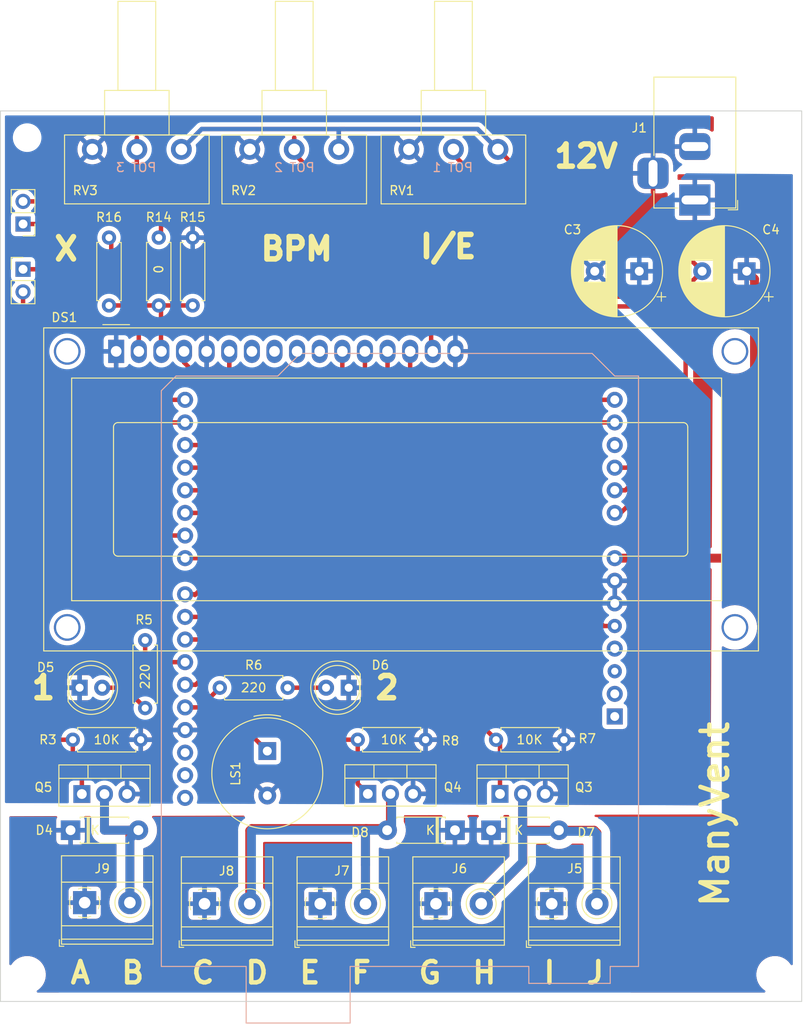
<source format=kicad_pcb>
(kicad_pcb (version 20200119) (host pcbnew "5.99.0-unknown-c7daca1~100~ubuntu18.04.1")
  (layers (0 "F.Cu" signal) (31 "B.Cu" signal) (34 "B.Paste" user) (35 "F.Paste" user) (36 "B.SilkS" user) (37 "F.SilkS" user) (38 "B.Mask" user) (39 "F.Mask" user) (44 "Edge.Cuts" user))
  (net 0 "")
  (net 1 "/UART_TX")
  (net 2 "/UART_RX")
  (net 3 "Net-(A1-Pad30)")
  (net 4 "Net-(A1-Pad14)")
  (net 5 "GND")
  (net 6 "Net-(A1-Pad13)")
  (net 7 "/INS_CLOSE")
  (net 8 "/LCD_RS")
  (net 9 "/POT_2")
  (net 10 "/POT_1")
  (net 11 "/POT_0")
  (net 12 "/INS_OPEN")
  (net 13 "+12V")
  (net 14 "/BUZZER")
  (net 15 "+5V")
  (net 16 "+3V3")
  (net 17 "Net-(A1-Pad3)")
  (net 18 "Net-(A1-Pad2)")
  (net 19 "Net-(A1-Pad1)")
  (net 20 "Net-(A1-Pad31)")
  (net 21 "Net-(A1-Pad32)")
  (net 22 "Net-(D5-Pad2)")
  (net 23 "Net-(D6-Pad2)")
  (net 24 "Net-(DS1-Pad10)")
  (net 25 "Net-(DS1-Pad9)")
  (net 26 "Net-(DS1-Pad8)")
  (net 27 "Net-(DS1-Pad7)")
  (net 28 "Net-(DS1-Pad3)")
  (net 29 "/LCD_EN")
  (net 30 "/FILL_OPEN")
  (net 31 "/LCD_DIO7")
  (net 32 "/LCD_DIO6")
  (net 33 "/LCD_DIO5")
  (net 34 "/LCD_DIO4")
  (net 35 "/Q3_D")
  (net 36 "/Q4_D")
  (net 37 "/Q5_D")
  (net 38 "Net-(H1-Pad1)")
  (net 39 "Net-(H2-Pad1)")
  (net 40 "Net-(H3-Pad1)")
  (net 41 "Net-(H4-Pad1)")
  (net 42 "Net-(A1-Pad12)")
  (net 43 "/LED1")
  (net 44 "/LED2")
  (module "small_board_simple:Arduino_UNO_R3_large_pads" (layer "B.Cu") (at 123.6545 128.7505 90)
    (fp_text reference "A1" hide)
    (fp_text value "Arduino_UNO_R3")
    (pad "16" thru_hole oval (at 33.02 -48.26) (size 1.8 1.8) (drill 1) (layers *.Cu *.Mask) (net 1 "/UART_TX"))
    (pad "15" thru_hole oval (at 35.56 -48.26) (size 1.8 1.8) (drill 1) (layers *.Cu *.Mask) (net 2 "/UART_RX"))
    (pad "30" thru_hole oval (at -4.06 -48.26) (size 1.8 1.8) (drill 1) (layers *.Cu *.Mask) (net 3 "Net-(A1-Pad30)"))
    (pad "14" thru_hole oval (at 35.56 0) (size 1.8 1.8) (drill 1) (layers *.Cu *.Mask) (net 4 "Net-(A1-Pad14)"))
    (pad "29" thru_hole oval (at -1.52 -48.26) (size 1.8 1.8) (drill 1) (layers *.Cu *.Mask) (net 5 "GND"))
    (pad "13" thru_hole oval (at 33.02 0) (size 1.8 1.8) (drill 1) (layers *.Cu *.Mask) (net 6 "Net-(A1-Pad13)"))
    (pad "28" thru_hole oval (at 1.02 -48.26) (size 1.8 1.8) (drill 1) (layers *.Cu *.Mask) (net 43 "/LED1"))
    (pad "12" thru_hole oval (at 30.48 0) (size 1.8 1.8) (drill 1) (layers *.Cu *.Mask) (net 42 "Net-(A1-Pad12)"))
    (pad "27" thru_hole oval (at 3.56 -48.26) (size 1.8 1.8) (drill 1) (layers *.Cu *.Mask) (net 14 "/BUZZER"))
    (pad "11" thru_hole oval (at 27.94 0) (size 1.8 1.8) (drill 1) (layers *.Cu *.Mask) (net 9 "/POT_2"))
    (pad "26" thru_hole oval (at 6.1 -48.26) (size 1.8 1.8) (drill 1) (layers *.Cu *.Mask) (net 44 "/LED2"))
    (pad "10" thru_hole oval (at 25.4 0) (size 1.8 1.8) (drill 1) (layers *.Cu *.Mask) (net 10 "/POT_1"))
    (pad "25" thru_hole oval (at 8.64 -48.26) (size 1.8 1.8) (drill 1) (layers *.Cu *.Mask) (net 7 "/INS_CLOSE"))
    (pad "9" thru_hole oval (at 22.86 0) (size 1.8 1.8) (drill 1) (layers *.Cu *.Mask) (net 11 "/POT_0"))
    (pad "24" thru_hole oval (at 11.18 -48.26) (size 1.8 1.8) (drill 1) (layers *.Cu *.Mask) (net 12 "/INS_OPEN"))
    (pad "8" thru_hole oval (at 17.78 0) (size 1.8 1.8) (drill 1) (layers *.Cu *.Mask) (net 13 "+12V"))
    (pad "23" thru_hole oval (at 13.72 -48.26) (size 1.8 1.8) (drill 1) (layers *.Cu *.Mask) (net 31 "/LCD_DIO7"))
    (pad "7" thru_hole oval (at 15.24 0) (size 1.8 1.8) (drill 1) (layers *.Cu *.Mask) (net 5 "GND"))
    (pad "22" thru_hole oval (at 17.78 -48.26) (size 1.8 1.8) (drill 1) (layers *.Cu *.Mask) (net 32 "/LCD_DIO6"))
    (pad "6" thru_hole oval (at 12.7 0) (size 1.8 1.8) (drill 1) (layers *.Cu *.Mask) (net 5 "GND"))
    (pad "21" thru_hole oval (at 20.32 -48.26) (size 1.8 1.8) (drill 1) (layers *.Cu *.Mask) (net 30 "/FILL_OPEN"))
    (pad "5" thru_hole oval (at 10.16 0) (size 1.6 1.6) (drill 0.8) (layers *.Cu *.Mask) (net 15 "+5V"))
    (pad "20" thru_hole oval (at 22.86 -48.26) (size 1.8 1.8) (drill 1) (layers *.Cu *.Mask) (net 33 "/LCD_DIO5"))
    (pad "4" thru_hole oval (at 7.62 0) (size 1.8 1.8) (drill 1) (layers *.Cu *.Mask) (net 16 "+3V3"))
    (pad "19" thru_hole oval (at 25.4 -48.26) (size 1.8 1.8) (drill 1) (layers *.Cu *.Mask) (net 34 "/LCD_DIO4"))
    (pad "3" thru_hole oval (at 5.08 0) (size 1.6 1.6) (drill 0.8) (layers *.Cu *.Mask) (net 17 "Net-(A1-Pad3)"))
    (pad "18" thru_hole oval (at 27.94 -48.26) (size 1.8 1.8) (drill 1) (layers *.Cu *.Mask) (net 29 "/LCD_EN"))
    (pad "2" thru_hole oval (at 2.54 0) (size 1.8 1.8) (drill 1) (layers *.Cu *.Mask) (net 18 "Net-(A1-Pad2)"))
    (pad "17" thru_hole oval (at 30.48 -48.26) (size 1.8 1.8) (drill 1) (layers *.Cu *.Mask) (net 8 "/LCD_RS"))
    (pad "1" thru_hole rect (at 0 0) (size 1.8 1.8) (drill 1) (layers *.Cu *.Mask) (net 19 "Net-(A1-Pad1)"))
    (pad "31" thru_hole oval (at -6.6 -48.26) (size 1.8 1.8) (drill 1) (layers *.Cu *.Mask) (net 20 "Net-(A1-Pad31)"))
    (pad "32" thru_hole oval (at -9.14 -48.26) (size 1.8 1.8) (drill 1) (layers *.Cu *.Mask) (net 21 "Net-(A1-Pad32)"))
  )
  (module "Resistor_THT:R_Axial_DIN0207_L6.3mm_D2.5mm_P7.62mm_Horizontal" (layer "F.Cu") (at 66.8465 82.5945 90)
    (fp_text reference "R16" (at 9.906 0) (layer "F.SilkS"))
    (fp_text value "1k")
    (pad "1" thru_hole circle (at 0 0 90) (size 1.6 1.6) (drill 0.8) (layers *.Cu *.Mask) (net 28 "Net-(DS1-Pad3)"))
    (pad "2" thru_hole oval (at 7.62 0 90) (size 1.6 1.6) (drill 0.8) (layers *.Cu *.Mask) (net 15 "+5V"))
  )
  (module "Resistor_THT:R_Axial_DIN0207_L6.3mm_D2.5mm_P7.62mm_Horizontal" (layer "F.Cu") (at 76.2445 82.5945 90)
    (fp_text reference "R15" (at 9.906 0) (layer "F.SilkS"))
    (fp_text value "1k")
    (pad "2" thru_hole oval (at 7.62 0 90) (size 1.6 1.6) (drill 0.8) (layers *.Cu *.Mask) (net 5 "GND"))
    (pad "1" thru_hole circle (at 0 0 90) (size 1.6 1.6) (drill 0.8) (layers *.Cu *.Mask) (net 28 "Net-(DS1-Pad3)"))
  )
  (module "Buzzer_Beeper:Buzzer_TDK_PS1240P02BT_D12.2mm_H6.5mm" (layer "F.Cu") (at 84.6265 132.6325 -90)
    (fp_text reference "LS1" (at 2.54 3.556 90) (layer "F.SilkS"))
    (fp_text value "KSS1201")
    (pad "1" thru_hole rect (at 0 0 270) (size 2 2) (drill 1) (layers *.Cu *.Mask) (net 14 "/BUZZER"))
    (pad "2" thru_hole circle (at 5 0 270) (size 2 2) (drill 1) (layers *.Cu *.Mask) (net 5 "GND"))
  )
  (module "Resistor_THT:R_Axial_DIN0207_L6.3mm_D2.5mm_P7.62mm_Horizontal" (layer "F.Cu") (at 62.7825 131.3625)
    (fp_text reference "R3" (at -2.794 0) (layer "F.SilkS"))
    (fp_text value "10K")
    (pad "2" thru_hole oval (at 7.62 0) (size 1.6 1.6) (drill 0.8) (layers *.Cu *.Mask) (net 5 "GND"))
    (pad "1" thru_hole circle (at 0 0) (size 1.6 1.6) (drill 0.8) (layers *.Cu *.Mask) (net 30 "/FILL_OPEN"))
  )
  (module "TerminalBlock_Phoenix:TerminalBlock_Phoenix_MKDS-1,5-2-5.08_1x02_P5.08mm_Horizontal" (layer "F.Cu") (at 64.1125 149.6545)
    (fp_text reference "J9" (at 1.972 -3.814) (layer "F.SilkS"))
    (fp_text value "Conn_01x02")
    (pad "2" thru_hole circle (at 5.08 0) (size 2.6 2.6) (drill 1.3) (layers *.Cu *.Mask) (net 37 "/Q5_D"))
    (pad "1" thru_hole rect (at 0 0) (size 2.6 2.6) (drill 1.3) (layers *.Cu *.Mask) (net 13 "+12V"))
  )
  (module "Package_TO_SOT_THT:TO-220-3_Vertical" (layer "F.Cu") (at 63.7985 137.4585)
    (fp_text reference "Q5" (at -4.318 -0.762) (layer "F.SilkS"))
    (fp_text value "IRLIZ44NPBF")
    (pad "3" thru_hole oval (at 5.08 0) (size 1.905 2) (drill 1.1) (layers *.Cu *.Mask) (net 5 "GND"))
    (pad "2" thru_hole oval (at 2.54 0) (size 1.905 2) (drill 1.1) (layers *.Cu *.Mask) (net 37 "/Q5_D"))
    (pad "1" thru_hole rect (at 0 0) (size 1.905 2) (drill 1.1) (layers *.Cu *.Mask) (net 30 "/FILL_OPEN"))
  )
  (module "Diode_THT:D_DO-41_SOD81_P7.62mm_Horizontal" (layer "F.Cu") (at 62.5285 141.5225)
    (fp_text reference "D4" (at -2.95 0) (layer "F.SilkS"))
    (fp_text value "1N4004")
    (fp_text user "K" (at 2.765 -0.005) (layer "F.SilkS"))
    (pad "2" thru_hole oval (at 7.62 0) (size 2.2 2.2) (drill 1.1) (layers *.Cu *.Mask) (net 37 "/Q5_D"))
    (pad "1" thru_hole rect (at 0 0) (size 2.2 2.2) (drill 1.1) (layers *.Cu *.Mask) (net 13 "+12V"))
  )
  (module "MountingHole:MountingHole_2.2mm_M2" (layer "F.Cu") (at 141.6545 157.7505)
    (fp_text reference "H4" hide)
    (fp_text value "MountingHole_Pad")
    (pad "1" np_thru_hole circle (at 0 0) (size 2.2 2.2) (drill 2.2) (layers *.Cu *.Mask) (net 41 "Net-(H4-Pad1)"))
  )
  (module "MountingHole:MountingHole_2.2mm_M2" (layer "F.Cu") (at 57.6545 157.7505)
    (fp_text reference "H3" hide)
    (fp_text value "MountingHole_Pad")
    (pad "1" np_thru_hole circle (at 0 0) (size 2.2 2.2) (drill 2.2) (layers *.Cu *.Mask) (net 40 "Net-(H3-Pad1)"))
  )
  (module "MountingHole:MountingHole_2.2mm_M2" (layer "F.Cu") (at 141.6545 63.7505)
    (fp_text reference "H2" hide)
    (fp_text value "MountingHole_Pad")
    (pad "1" np_thru_hole circle (at 0 0) (size 2.2 2.2) (drill 2.2) (layers *.Cu *.Mask) (net 39 "Net-(H2-Pad1)"))
  )
  (module "MountingHole:MountingHole_2.2mm_M2" (layer "F.Cu") (at 57.6545 63.7505)
    (fp_text reference "H1" hide)
    (fp_text value "MountingHole_Pad")
    (pad "1" np_thru_hole circle (at 0 0) (size 2.2 2.2) (drill 2.2) (layers *.Cu *.Mask) (net 38 "Net-(H1-Pad1)"))
  )
  (module "TerminalBlock_Phoenix:TerminalBlock_Phoenix_MKDS-1,5-2-5.08_1x02_P5.08mm_Horizontal" (layer "F.Cu") (at 77.5745 149.7765)
    (fp_text reference "J8" (at 2.48 -3.682) (layer "F.SilkS"))
    (fp_text value "Conn_01x02")
    (pad "1" thru_hole rect (at 0 0) (size 2.6 2.6) (drill 1.3) (layers *.Cu *.Mask) (net 13 "+12V"))
    (pad "2" thru_hole circle (at 5.08 0) (size 2.6 2.6) (drill 1.3) (layers *.Cu *.Mask) (net 36 "/Q4_D"))
  )
  (module "TerminalBlock_Phoenix:TerminalBlock_Phoenix_MKDS-1,5-2-5.08_1x02_P5.08mm_Horizontal" (layer "F.Cu") (at 90.5745 149.7765)
    (fp_text reference "J7" (at 2.434 -3.682) (layer "F.SilkS"))
    (fp_text value "Conn_01x02")
    (pad "1" thru_hole rect (at 0 0) (size 2.6 2.6) (drill 1.3) (layers *.Cu *.Mask) (net 13 "+12V"))
    (pad "2" thru_hole circle (at 5.08 0) (size 2.6 2.6) (drill 1.3) (layers *.Cu *.Mask) (net 36 "/Q4_D"))
  )
  (module "TerminalBlock_Phoenix:TerminalBlock_Phoenix_MKDS-1,5-2-5.08_1x02_P5.08mm_Horizontal" (layer "F.Cu") (at 103.5745 149.7765)
    (fp_text reference "J6" (at 2.642 -3.936) (layer "F.SilkS"))
    (fp_text value "Conn_01x02")
    (pad "1" thru_hole rect (at 0 0) (size 2.6 2.6) (drill 1.3) (layers *.Cu *.Mask) (net 13 "+12V"))
    (pad "2" thru_hole circle (at 5.08 0) (size 2.6 2.6) (drill 1.3) (layers *.Cu *.Mask) (net 35 "/Q3_D"))
  )
  (module "TerminalBlock_Phoenix:TerminalBlock_Phoenix_MKDS-1,5-2-5.08_1x02_P5.08mm_Horizontal" (layer "F.Cu") (at 116.5745 149.7765)
    (fp_text reference "J5" (at 2.596 -3.936) (layer "F.SilkS"))
    (fp_text value "Conn_01x02")
    (pad "1" thru_hole rect (at 0 0) (size 2.6 2.6) (drill 1.3) (layers *.Cu *.Mask) (net 13 "+12V"))
    (pad "2" thru_hole circle (at 5.08 0) (size 2.6 2.6) (drill 1.3) (layers *.Cu *.Mask) (net 35 "/Q3_D"))
  )
  (module "Connector_PinHeader_2.54mm:PinHeader_1x02_P2.54mm_Vertical" (layer "F.Cu") (at 57.1945 73.4505 180)
    (fp_text reference "J3" hide)
    (fp_text value "Conn_01x02")
    (pad "1" thru_hole rect (at 0 0 180) (size 1.7 1.7) (drill 1) (layers *.Cu *.Mask) (net 6 "Net-(A1-Pad13)"))
    (pad "2" thru_hole oval (at 0 2.54 180) (size 1.7 1.7) (drill 1) (layers *.Cu *.Mask) (net 4 "Net-(A1-Pad14)"))
  )
  (module "Connector_PinHeader_2.54mm:PinHeader_1x02_P2.54mm_Vertical" (layer "F.Cu") (at 57.1945 78.5305)
    (fp_text reference "J2" hide)
    (fp_text value "Conn_01x02")
    (pad "1" thru_hole rect (at 0 0) (size 1.7 1.7) (drill 1) (layers *.Cu *.Mask) (net 2 "/UART_RX"))
    (pad "2" thru_hole oval (at 0 2.54) (size 1.7 1.7) (drill 1) (layers *.Cu *.Mask) (net 1 "/UART_TX"))
  )
  (module "Connector_BarrelJack:BarrelJack_Horizontal" (layer "F.Cu") (at 132.6545 70.7505 -90)
    (fp_text reference "J1" (at -8.095 6.245 180) (layer "F.SilkS"))
    (fp_text value "PJ-202A")
    (pad "1" thru_hole rect (at 0 0 270) (size 3.5 3.5) (drill oval 1 3) (layers *.Cu *.Mask) (net 13 "+12V"))
    (pad "2" thru_hole roundrect (at -6 0 270) (size 3 3.5) (drill oval 1 3) (layers *.Cu *.Mask) (net 5 "GND"))
    (pad "3" thru_hole roundrect (at -3 4.7 270) (size 3.5 3.5) (drill oval 3 1) (layers *.Cu *.Mask) (net 5 "GND"))
  )
  (module "Capacitor_THT:CP_Radial_D10.0mm_P5.00mm" (layer "F.Cu") (at 138.4745 78.7505 180)
    (fp_text reference "C4" (at -2.725 4.665) (layer "F.SilkS"))
    (fp_text value "680uF 25V")
    (pad "1" thru_hole rect (at 0 0 180) (size 2 2) (drill 1) (layers *.Cu *.Mask) (net 13 "+12V"))
    (pad "2" thru_hole circle (at 5 0 180) (size 2 2) (drill 1) (layers *.Cu *.Mask) (net 5 "GND"))
  )
  (module "Capacitor_THT:CP_Radial_D10.0mm_P5.00mm" (layer "F.Cu") (at 126.4095 78.7505 180)
    (fp_text reference "C3" (at 7.5 4.665) (layer "F.SilkS"))
    (fp_text value "680uF 25V")
    (pad "1" thru_hole rect (at 0 0 180) (size 2 2) (drill 1) (layers *.Cu *.Mask) (net 13 "+12V"))
    (pad "2" thru_hole circle (at 5 0 180) (size 2 2) (drill 1) (layers *.Cu *.Mask) (net 5 "GND"))
  )
  (module "Potentiometer_THT:Potentiometer_Piher_T-16H_Single_Horizontal" (layer "F.Cu") (at 74.9745 65.0685 90)
    (fp_text reference "RV3" (at -4.62 -10.795 180) (layer "F.SilkS"))
    (fp_text value "3RP_1610N")
    (pad "3" thru_hole circle (at 0 -10 90) (size 2.34 2.34) (drill 1.3) (layers *.Cu *.Mask) (net 5 "GND"))
    (pad "2" thru_hole circle (at 0 -5 90) (size 2.34 2.34) (drill 1.3) (layers *.Cu *.Mask) (net 9 "/POT_2"))
    (pad "1" thru_hole circle (at 0 0 90) (size 2.34 2.34) (drill 1.3) (layers *.Cu *.Mask) (net 15 "+5V"))
  )
  (module "Potentiometer_THT:Potentiometer_Piher_T-16H_Single_Horizontal" (layer "F.Cu") (at 92.6545 65.0685 90)
    (fp_text reference "RV2" (at -4.62 -10.695 180) (layer "F.SilkS"))
    (fp_text value "3RP_1610N")
    (pad "3" thru_hole circle (at 0 -10 90) (size 2.34 2.34) (drill 1.3) (layers *.Cu *.Mask) (net 5 "GND"))
    (pad "2" thru_hole circle (at 0 -5 90) (size 2.34 2.34) (drill 1.3) (layers *.Cu *.Mask) (net 10 "/POT_1"))
    (pad "1" thru_hole circle (at 0 0 90) (size 2.34 2.34) (drill 1.3) (layers *.Cu *.Mask) (net 15 "+5V"))
  )
  (module "Potentiometer_THT:Potentiometer_Piher_T-16H_Single_Horizontal" (layer "F.Cu") (at 110.5345 65.0685 90)
    (fp_text reference "RV1" (at -4.62 -10.795 180) (layer "F.SilkS"))
    (fp_text value "3RP_1610N")
    (pad "3" thru_hole circle (at 0 -10 90) (size 2.34 2.34) (drill 1.3) (layers *.Cu *.Mask) (net 5 "GND"))
    (pad "2" thru_hole circle (at 0 -5 90) (size 2.34 2.34) (drill 1.3) (layers *.Cu *.Mask) (net 11 "/POT_0"))
    (pad "1" thru_hole circle (at 0 0 90) (size 2.34 2.34) (drill 1.3) (layers *.Cu *.Mask) (net 15 "+5V"))
  )
  (module "Resistor_THT:R_Axial_DIN0207_L6.3mm_D2.5mm_P7.62mm_Horizontal" (layer "F.Cu") (at 72.4345 82.5945 90)
    (fp_text reference "R14" (at 9.906 0) (layer "F.SilkS"))
    (fp_text value "0")
    (pad "1" thru_hole circle (at 0 0 90) (size 1.6 1.6) (drill 0.8) (layers *.Cu *.Mask) (net 28 "Net-(DS1-Pad3)"))
    (pad "2" thru_hole oval (at 7.62 0 90) (size 1.6 1.6) (drill 0.8) (layers *.Cu *.Mask) (net 9 "/POT_2"))
  )
  (module "Resistor_THT:R_Axial_DIN0207_L6.3mm_D2.5mm_P7.62mm_Horizontal" (layer "F.Cu") (at 94.7865 131.3575)
    (fp_text reference "R8" (at 10.414 0.127) (layer "F.SilkS"))
    (fp_text value "10K")
    (pad "1" thru_hole circle (at 0 0) (size 1.6 1.6) (drill 0.8) (layers *.Cu *.Mask) (net 7 "/INS_CLOSE"))
    (pad "2" thru_hole oval (at 7.62 0) (size 1.6 1.6) (drill 0.8) (layers *.Cu *.Mask) (net 5 "GND"))
  )
  (module "Resistor_THT:R_Axial_DIN0207_L6.3mm_D2.5mm_P7.62mm_Horizontal" (layer "F.Cu") (at 110.3255 131.3625)
    (fp_text reference "R7" (at 10.242 -0.127) (layer "F.SilkS"))
    (fp_text value "10K")
    (pad "1" thru_hole circle (at 0 0) (size 1.6 1.6) (drill 0.8) (layers *.Cu *.Mask) (net 12 "/INS_OPEN"))
    (pad "2" thru_hole oval (at 7.62 0) (size 1.6 1.6) (drill 0.8) (layers *.Cu *.Mask) (net 5 "GND"))
  )
  (module "Resistor_THT:R_Axial_DIN0207_L6.3mm_D2.5mm_P7.62mm_Horizontal" (layer "F.Cu") (at 86.9125 125.5205 180)
    (fp_text reference "R6" (at 3.81 2.54) (layer "F.SilkS"))
    (fp_text value "220R")
    (pad "1" thru_hole circle (at 0 0 180) (size 1.6 1.6) (drill 0.8) (layers *.Cu *.Mask) (net 23 "Net-(D6-Pad2)"))
    (pad "2" thru_hole oval (at 7.62 0 180) (size 1.6 1.6) (drill 0.8) (layers *.Cu *.Mask) (net 43 "/LED1"))
  )
  (module "Resistor_THT:R_Axial_DIN0207_L6.3mm_D2.5mm_P7.62mm_Horizontal" (layer "F.Cu") (at 70.9105 127.8065 90)
    (fp_text reference "R5" (at 9.906 -0.127 180) (layer "F.SilkS"))
    (fp_text value "220R")
    (pad "1" thru_hole circle (at 0 0 90) (size 1.6 1.6) (drill 0.8) (layers *.Cu *.Mask) (net 22 "Net-(D5-Pad2)"))
    (pad "2" thru_hole oval (at 7.62 0 90) (size 1.6 1.6) (drill 0.8) (layers *.Cu *.Mask) (net 44 "/LED2"))
  )
  (module "Package_TO_SOT_THT:TO-220-3_Vertical" (layer "F.Cu") (at 95.9205 137.4425)
    (fp_text reference "Q4" (at 9.534 -0.746) (layer "F.SilkS"))
    (fp_text value "IRLIZ44NPBF")
    (pad "1" thru_hole rect (at 0 0) (size 1.905 2) (drill 1.1) (layers *.Cu *.Mask) (net 7 "/INS_CLOSE"))
    (pad "2" thru_hole oval (at 2.54 0) (size 1.905 2) (drill 1.1) (layers *.Cu *.Mask) (net 36 "/Q4_D"))
    (pad "3" thru_hole oval (at 5.08 0) (size 1.905 2) (drill 1.1) (layers *.Cu *.Mask) (net 5 "GND"))
  )
  (module "Package_TO_SOT_THT:TO-220-3_Vertical" (layer "F.Cu") (at 110.7655 137.4475)
    (fp_text reference "Q3" (at 9.421 -0.751) (layer "F.SilkS"))
    (fp_text value "IRLIZ44NPBF")
    (pad "1" thru_hole rect (at 0 0) (size 1.905 2) (drill 1.1) (layers *.Cu *.Mask) (net 12 "/INS_OPEN"))
    (pad "2" thru_hole oval (at 2.54 0) (size 1.905 2) (drill 1.1) (layers *.Cu *.Mask) (net 35 "/Q3_D"))
    (pad "3" thru_hole oval (at 5.08 0) (size 1.905 2) (drill 1.1) (layers *.Cu *.Mask) (net 5 "GND"))
  )
  (module "Display:WC1602A" (layer "F.Cu") (at 67.6545 87.7505)
    (fp_text reference "DS1" (at -5.82 -3.81) (layer "F.SilkS"))
    (fp_text value "WC1602A")
    (pad "1" thru_hole rect (at 0 0) (size 1.8 2.6) (drill 1.2) (layers *.Cu *.Mask) (net 5 "GND"))
    (pad "2" thru_hole oval (at 2.54 0) (size 1.8 2.6) (drill 1.2) (layers *.Cu *.Mask) (net 15 "+5V"))
    (pad "3" thru_hole oval (at 5.08 0) (size 1.8 2.6) (drill 1.2) (layers *.Cu *.Mask) (net 28 "Net-(DS1-Pad3)"))
    (pad "4" thru_hole oval (at 7.62 0) (size 1.8 2.6) (drill 1.2) (layers *.Cu *.Mask) (net 8 "/LCD_RS"))
    (pad "5" thru_hole oval (at 10.16 0) (size 1.8 2.6) (drill 1.2) (layers *.Cu *.Mask) (net 5 "GND"))
    (pad "6" thru_hole oval (at 12.7 0) (size 1.8 2.6) (drill 1.2) (layers *.Cu *.Mask) (net 29 "/LCD_EN"))
    (pad "7" thru_hole oval (at 15.24 0) (size 1.8 2.6) (drill 1.2) (layers *.Cu *.Mask) (net 27 "Net-(DS1-Pad7)"))
    (pad "8" thru_hole oval (at 17.78 0) (size 1.8 2.6) (drill 1.2) (layers *.Cu *.Mask) (net 26 "Net-(DS1-Pad8)"))
    (pad "9" thru_hole oval (at 20.32 0) (size 1.8 2.6) (drill 1.2) (layers *.Cu *.Mask) (net 25 "Net-(DS1-Pad9)"))
    (pad "10" thru_hole oval (at 22.86 0) (size 1.8 2.6) (drill 1.2) (layers *.Cu *.Mask) (net 24 "Net-(DS1-Pad10)"))
    (pad "11" thru_hole oval (at 25.4 0) (size 1.8 2.6) (drill 1.2) (layers *.Cu *.Mask) (net 34 "/LCD_DIO4"))
    (pad "12" thru_hole oval (at 27.94 0) (size 1.8 2.6) (drill 1.2) (layers *.Cu *.Mask) (net 33 "/LCD_DIO5"))
    (pad "13" thru_hole oval (at 30.48 0) (size 1.8 2.6) (drill 1.2) (layers *.Cu *.Mask) (net 32 "/LCD_DIO6"))
    (pad "14" thru_hole oval (at 33.02 0) (size 1.8 2.6) (drill 1.2) (layers *.Cu *.Mask) (net 31 "/LCD_DIO7"))
    (pad "15" thru_hole oval (at 35.56 0) (size 1.8 2.6) (drill 1.2) (layers *.Cu *.Mask) (net 15 "+5V"))
    (pad "16" thru_hole oval (at 38.1 0) (size 1.8 2.6) (drill 1.2) (layers *.Cu *.Mask) (net 5 "GND"))
    (pad "" thru_hole circle (at -5.4991 0) (size 3 3) (drill 2.5) (layers *.Cu *.Mask))
    (pad "" thru_hole circle (at -5.4991 31.0007) (size 3 3) (drill 2.5) (layers *.Cu *.Mask))
    (pad "" thru_hole circle (at 69.49948 31.0007) (size 3 3) (drill 2.5) (layers *.Cu *.Mask))
    (pad "" thru_hole circle (at 69.5 0) (size 3 3) (drill 2.5) (layers *.Cu *.Mask))
  )
  (module "Diode_THT:D_DO-41_SOD81_P7.62mm_Horizontal" (layer "F.Cu") (at 105.7085 141.5225 180)
    (fp_text reference "D8" (at 10.668 -0.254) (layer "F.SilkS"))
    (fp_text value "1N4004")
    (fp_text user "K" (at 2.765 -0.005) (layer "F.SilkS"))
    (pad "1" thru_hole rect (at 0 0 180) (size 2.2 2.2) (drill 1.1) (layers *.Cu *.Mask) (net 13 "+12V"))
    (pad "2" thru_hole oval (at 7.62 0 180) (size 2.2 2.2) (drill 1.1) (layers *.Cu *.Mask) (net 36 "/Q4_D"))
  )
  (module "Diode_THT:D_DO-41_SOD81_P7.62mm_Horizontal" (layer "F.Cu") (at 109.7655 141.5275)
    (fp_text reference "D7" (at 10.675 0.249) (layer "F.SilkS"))
    (fp_text value "1N4004")
    (fp_text user "K" (at 3.1 -0.005) (layer "F.SilkS"))
    (pad "1" thru_hole rect (at 0 0) (size 2.2 2.2) (drill 1.1) (layers *.Cu *.Mask) (net 13 "+12V"))
    (pad "2" thru_hole oval (at 7.62 0) (size 2.2 2.2) (drill 1.1) (layers *.Cu *.Mask) (net 35 "/Q3_D"))
  )
  (module "LED_THT:LED_D5.0mm" (layer "F.Cu") (at 93.7705 125.5205 180)
    (fp_text reference "D6" (at -3.556 2.54) (layer "F.SilkS"))
    (fp_text value "LED")
    (pad "1" thru_hole rect (at 0 0 180) (size 1.8 1.8) (drill 0.9) (layers *.Cu *.Mask) (net 5 "GND"))
    (pad "2" thru_hole circle (at 2.54 0 180) (size 1.8 1.8) (drill 0.9) (layers *.Cu *.Mask) (net 23 "Net-(D6-Pad2)"))
  )
  (module "LED_THT:LED_D5.0mm" (layer "F.Cu") (at 63.5445 125.5205)
    (fp_text reference "D5" (at -3.81 -2.286) (layer "F.SilkS"))
    (fp_text value "LED")
    (pad "1" thru_hole rect (at 0 0) (size 1.8 1.8) (drill 0.9) (layers *.Cu *.Mask) (net 5 "GND"))
    (pad "2" thru_hole circle (at 2.54 0) (size 1.8 1.8) (drill 0.9) (layers *.Cu *.Mask) (net 22 "Net-(D5-Pad2)"))
  )
  (gr_text "ManyVent" (at 134.9185 150.4125 90) (layer "F.SilkS") (effects (font (size 3 3) (thickness 0.5)) (justify left)))
  (gr_text "X" (at 62.0205 76.2445) (layer "F.SilkS") (effects (font (size 2.5 2.5) (thickness 0.625))))
  (gr_text "X" (at 62.0205 76.2445) (layer "F.Cu") (effects (font (size 2.5 2.5) (thickness 0.625))))
  (gr_text "2" (at 98.0885 125.5205) (layer "F.Cu") (effects (font (size 2.5 2.5) (thickness 0.625))))
  (gr_text "1" (at 59.4805 125.5205) (layer "F.Cu") (effects (font (size 2.5 2.5) (thickness 0.625))))
  (gr_text "1" (at 59.4805 125.5205) (layer "F.SilkS") (effects (font (size 2.5 2.5) (thickness 0.625))))
  (gr_text "2" (at 98.0885 125.5205) (layer "F.SilkS") (effects (font (size 2.5 2.5) (thickness 0.625))))
  (gr_text "0" (at 72.4345 78.5305 90) (layer "F.SilkS") (effects (font (size 1 1))))
  (gr_text "220" (at 70.9105 124.2505 90) (layer "F.SilkS") (effects (font (size 1 1))))
  (gr_text "BPM" (at 87.9285 76.2445) (layer "F.Cu") (effects (font (size 2.5 2.5) (thickness 0.625))))
  (gr_text "12V" (at 120.4405 65.8305) (layer "F.Cu") (effects (font (size 2.5 2.5) (thickness 0.625))))
  (gr_text "I/E" (at 104.9465 75.9905) (layer "F.Cu") (effects (font (size 2.5 2.5) (thickness 0.625))))
  (gr_text "BPM" (at 87.9285 76.2445) (layer "F.SilkS") (effects (font (size 2.5 2.5) (thickness 0.625))))
  (gr_text "I/E" (at 104.9465 75.9905) (layer "F.SilkS") (effects (font (size 2.5 2.5) (thickness 0.625))))
  (gr_text "A  B   C  D  E  F   G  H   I  J " (at 62.2745 157.5245) (layer "F.SilkS") (effects (font (size 2.4 2.4) (thickness 0.5)) (justify left)))
  (gr_text "A  B   C  D  E  F   G  H   I  J " (at 62.2745 157.5245) (layer "F.Cu") (effects (font (size 2.4 2.4) (thickness 0.5)) (justify left)))
  (gr_text "POT 3" (at 69.8945 67.1005) (layer "B.SilkS") (effects (font (size 1 1)) (justify mirror)))
  (gr_text "POT 2" (at 87.6745 67.1005) (layer "B.SilkS") (effects (font (size 1 1)) (justify mirror)))
  (gr_text "POT 1" (at 105.4545 67.1005) (layer "B.SilkS") (effects (font (size 1 1)) (justify mirror)))
  (gr_text "10K" (at 66.5925 131.3625) (layer "F.SilkS") (effects (font (size 1 1))))
  (gr_text "10K" (at 98.8505 131.3575) (layer "F.SilkS") (effects (font (size 1 1))))
  (gr_text "10K" (at 114.0905 131.3625) (layer "F.SilkS") (effects (font (size 1 1))))
  (gr_text "220" (at 83.1025 125.5205) (layer "F.SilkS") (effects (font (size 1 1))))
  (gr_text "12V" (at 120.4405 65.8305) (layer "F.SilkS") (effects (font (size 2.5 2.5) (thickness 0.625))))
  (gr_line (start 144.6545 60.7505) (end 54.6545 60.7505) (layer "Edge.Cuts") (width 0.1))
  (gr_line (start 144.6545 160.7505) (end 144.6545 60.7505) (layer "Edge.Cuts") (width 0.1))
  (gr_line (start 54.6545 160.7505) (end 144.6545 160.7505) (layer "Edge.Cuts") (width 0.1))
  (gr_line (start 54.6545 60.7505) (end 54.6545 160.7505) (layer "Edge.Cuts") (width 0.1))
  (segment (start 139.354501 95.270499) (end 139.354501 79.630501) (width 1) (layer "F.Cu") (net 13))
  (segment (start 139.354501 79.630501) (end 138.4745 78.7505) (width 1) (layer "F.Cu") (net 13))
  (segment (start 75.6545 125.2505) (end 75.1795 125.2505) (width 0.5) (layer "B.Cu") (net 14))
  (segment (start 110.2745 148.1085) (end 108.7345 149.6485) (width 1) (layer "B.Cu") (net 35))
  (segment (start 75.3395 100.7555) (end 75.3945 100.8105) (width 0.5) (layer "B.Cu") (net 29))
  (segment (start 57.1945 87.4205) (end 57.1945 81.0705) (width 0.5) (layer "F.Cu") (net 1))
  (segment (start 65.5045 95.7305) (end 57.1945 87.4205) (width 0.5) (layer "F.Cu") (net 1))
  (segment (start 65.4495 90.5955) (end 65.4495 86.7855) (width 0.5) (layer "F.Cu") (net 2))
  (segment (start 121.3295 111.0755) (end 121.3295 116.2655) (width 0.5) (layer "F.Cu") (net 15))
  (segment (start 80.3545 89.724) (end 80.3545 87.7505) (width 0.5) (layer "F.Cu") (net 29))
  (segment (start 95.5945 90.613) (end 95.5945 87.7505) (width 0.5) (layer "F.Cu") (net 33))
  (segment (start 93.0545 89.724) (end 93.0545 87.7505) (width 0.5) (layer "F.Cu") (net 34))
  (segment (start 74.729 93.1905) (end 75.3945 93.1905) (width 0.5) (layer "F.Cu") (net 2))
  (segment (start 111.928101 87.798101) (end 111.928101 91.614899) (width 0.5) (layer "F.Cu") (net 15))
  (segment (start 109.3805 85.2505) (end 111.928101 87.798101) (width 0.5) (layer "F.Cu") (net 15))
  (segment (start 111.928101 91.614899) (end 121.3295 101.016298) (width 0.5) (layer "F.Cu") (net 15))
  (segment (start 105.563702 85.2505) (end 109.3805 85.2505) (width 0.5) (layer "F.Cu") (net 15))
  (segment (start 124.3305 108.0745) (end 121.44 108.0745) (width 0.5) (layer "F.Cu") (net 15))
  (segment (start 121.44 108.0745) (end 121.3295 108.185) (width 0.5) (layer "F.Cu") (net 15))
  (segment (start 121.3295 101.016298) (end 121.3295 108.185) (width 0.5) (layer "F.Cu") (net 15))
  (segment (start 121.3295 108.185) (end 121.3295 116.2655) (width 0.5) (layer "F.Cu") (net 15))
  (segment (start 129.25175 103.15325) (end 131.6165 100.7885) (width 0.5) (layer "F.Cu") (net 15))
  (segment (start 129.25175 103.15325) (end 124.3305 108.0745) (width 0.5) (layer "F.Cu") (net 15))
  (segment (start 124.3225 105.8905) (end 123.6545 105.8905) (width 0.5) (layer "F.Cu") (net 11))
  (segment (start 130.0925 100.1205) (end 124.3225 105.8905) (width 0.5) (layer "F.Cu") (net 11))
  (segment (start 124.8305 103.3505) (end 128.5685 99.6125) (width 0.5) (layer "F.Cu") (net 10))
  (segment (start 123.6545 103.3505) (end 124.8305 103.3505) (width 0.5) (layer "F.Cu") (net 10))
  (segment (start 127.2985 98.5965) (end 125.0845 100.8105) (width 0.5) (layer "F.Cu") (net 9))
  (segment (start 125.0845 100.8105) (end 123.6545 100.8105) (width 0.5) (layer "F.Cu") (net 9))
  (segment (start 57.1945 73.4505) (end 58.9725 73.4505) (width 0.5) (layer "F.Cu") (net 6))
  (segment (start 87.6545 64.8345) (end 87.6545 63.7505) (width 0.5) (layer "F.Cu") (net 10))
  (segment (start 117.5365 78.1325) (end 122.1085 82.7045) (width 0.5) (layer "F.Cu") (net 15))
  (segment (start 124.9835 84.3435) (end 130.0925 89.4525) (width 0.5) (layer "F.Cu") (net 11))
  (segment (start 130.0925 93.0085) (end 130.0925 100.1205) (width 0.5) (layer "F.Cu") (net 11))
  (segment (start 130.0925 89.4525) (end 130.0925 93.0085) (width 0.5) (layer "F.Cu") (net 11))
  (segment (start 122.2475 84.3435) (end 116.4055 78.5015) (width 0.5) (layer "F.Cu") (net 11))
  (segment (start 122.2475 84.3435) (end 124.9835 84.3435) (width 0.5) (layer "F.Cu") (net 11))
  (segment (start 128.5685 89.9605) (end 128.5685 93.2625) (width 0.5) (layer "F.Cu") (net 10))
  (segment (start 128.5685 99.6125) (end 128.5685 93.2625) (width 0.5) (layer "F.Cu") (net 10))
  (segment (start 127.2985 90.4685) (end 127.2985 93.0085) (width 0.5) (layer "F.Cu") (net 9))
  (segment (start 127.2985 93.0085) (end 127.2985 98.5965) (width 0.5) (layer "F.Cu") (net 9))
  (segment (start 113.8365 87.4305) (end 110.6565 84.2505) (width 0.5) (layer "F.Cu") (net 6))
  (segment (start 113.8365 90.9765) (end 113.8365 87.4305) (width 0.5) (layer "F.Cu") (net 6))
  (segment (start 123.6545 95.7305) (end 118.5905 95.7305) (width 0.5) (layer "F.Cu") (net 6))
  (segment (start 118.5905 95.7305) (end 113.8365 90.9765) (width 0.5) (layer "F.Cu") (net 6))
  (segment (start 119.0985 93.1905) (end 123.6545 93.1905) (width 0.5) (layer "F.Cu") (net 4))
  (segment (start 115.6145 89.7065) (end 119.0985 93.1905) (width 0.5) (layer "F.Cu") (net 4))
  (segment (start 112.2065 83.2505) (end 115.6145 86.6585) (width 0.5) (layer "F.Cu") (net 4))
  (segment (start 115.6145 86.6585) (end 115.6145 89.7065) (width 0.5) (layer "F.Cu") (net 4))
  (segment (start 111.9105 83.2505) (end 112.2065 83.2505) (width 0.5) (layer "F.Cu") (net 4))
  (segment (start 121.8375 88.0555) (end 124.8855 88.0555) (width 0.5) (layer "F.Cu") (net 9))
  (segment (start 113.032501 79.250501) (end 121.8375 88.0555) (width 0.5) (layer "F.Cu") (net 9))
  (segment (start 124.8855 88.0555) (end 127.2985 90.4685) (width 0.5) (layer "F.Cu") (net 9))
  (segment (start 113.032501 78.318499) (end 113.032501 79.250501) (width 0.5) (layer "F.Cu") (net 9))
  (segment (start 125.1395 86.5315) (end 128.5685 89.9605) (width 0.5) (layer "F.Cu") (net 10))
  (segment (start 122.3455 86.5315) (end 125.1395 86.5315) (width 0.5) (layer "F.Cu") (net 10))
  (segment (start 121.3295 117.5195) (end 121.3295 116.2655) (width 0.5) (layer "F.Cu") (net 15))
  (segment (start 122.4005 118.5905) (end 121.3295 117.5195) (width 0.5) (layer "F.Cu") (net 15))
  (segment (start 123.6545 118.5905) (end 122.4005 118.5905) (width 0.5) (layer "F.Cu") (net 15))
  (segment (start 69.1925 142.4785) (end 70.1485 141.5225) (width 1) (layer "B.Cu") (net 37))
  (segment (start 69.1925 149.6545) (end 69.1925 142.4785) (width 1) (layer "B.Cu") (net 37))
  (segment (start 80.3805 105.8905) (end 75.3945 105.8905) (width 0.5) (layer "F.Cu") (net 33))
  (segment (start 94.88175 91.32575) (end 95.5945 90.613) (width 0.5) (layer "F.Cu") (net 33))
  (segment (start 94.69375 91.51375) (end 94.88175 91.32575) (width 0.5) (layer "F.Cu") (net 33))
  (segment (start 94.88175 91.38925) (end 80.3805 105.8905) (width 0.5) (layer "F.Cu") (net 33))
  (segment (start 94.88175 91.32575) (end 94.88175 91.38925) (width 0.5) (layer "F.Cu") (net 33))
  (segment (start 79.428 103.3505) (end 92.65925 90.11925) (width 0.5) (layer "F.Cu") (net 34))
  (segment (start 75.3945 103.3505) (end 79.428 103.3505) (width 0.5) (layer "F.Cu") (net 34))
  (segment (start 92.65925 90.11925) (end 93.0545 89.724) (width 0.5) (layer "F.Cu") (net 34))
  (segment (start 92.34425 90.43425) (end 92.65925 90.11925) (width 0.5) (layer "F.Cu") (net 34))
  (segment (start 100.6745 90.9305) (end 100.6745 87.7505) (width 0.5) (layer "F.Cu") (net 31))
  (segment (start 80.6345 110.9705) (end 100.6745 90.9305) (width 0.5) (layer "F.Cu") (net 31))
  (segment (start 80.3545 99.0585) (end 80.3545 87.7505) (width 0.5) (layer "F.Cu") (net 29))
  (segment (start 78.6025 100.8105) (end 80.3545 99.0585) (width 0.5) (layer "F.Cu") (net 29))
  (segment (start 75.3945 100.8105) (end 78.6025 100.8105) (width 0.5) (layer "F.Cu") (net 29))
  (segment (start 77.3325 98.2705) (end 75.3945 98.2705) (width 0.5) (layer "F.Cu") (net 8))
  (segment (start 78.5305 97.0725) (end 77.3325 98.2705) (width 0.5) (layer "F.Cu") (net 8))
  (segment (start 75.2745 88.9905) (end 78.5305 92.2465) (width 0.5) (layer "F.Cu") (net 8))
  (segment (start 78.5305 92.2465) (end 78.5305 97.0725) (width 0.5) (layer "F.Cu") (net 8))
  (segment (start 75.2745 87.7505) (end 75.2745 88.9905) (width 0.5) (layer "F.Cu") (net 8))
  (segment (start 68.0445 93.1905) (end 66.9735 92.1195) (width 0.5) (layer "F.Cu") (net 2))
  (segment (start 75.3945 93.1905) (end 68.0445 93.1905) (width 0.5) (layer "F.Cu") (net 2))
  (segment (start 66.9735 92.1195) (end 65.4495 90.5955) (width 0.5) (layer "F.Cu") (net 2))
  (segment (start 65.5045 95.7305) (end 75.3945 95.7305) (width 0.5) (layer "F.Cu") (net 1))
  (segment (start 89.4525 67.3545) (end 87.6545 65.5565) (width 0.5) (layer "F.Cu") (net 10))
  (segment (start 87.6545 65.5565) (end 87.6545 63.7505) (width 0.5) (layer "F.Cu") (net 10))
  (segment (start 90.4685 67.3545) (end 89.4525 67.3545) (width 0.5) (layer "F.Cu") (net 10))
  (segment (start 69.9745 65.4025) (end 69.9745 63.7505) (width 0.5) (layer "F.Cu") (net 9))
  (segment (start 103.0305 87.5665) (end 103.2145 87.7505) (width 0.5) (layer "F.Cu") (net 15))
  (segment (start 103.0305 85.2505) (end 103.0305 87.5665) (width 0.5) (layer "F.Cu") (net 15))
  (segment (start 103.0305 85.2505) (end 105.563702 85.2505) (width 0.5) (layer "F.Cu") (net 15))
  (segment (start 63.7985 135.1725) (end 62.7825 134.1565) (width 0.5) (layer "F.Cu") (net 30))
  (segment (start 62.7825 134.1565) (end 62.7825 131.3625) (width 0.5) (layer "F.Cu") (net 30))
  (segment (start 63.7985 137.4585) (end 63.7985 135.1725) (width 0.5) (layer "F.Cu") (net 30))
  (segment (start 84.5205 83.2505) (end 78.721 77.451) (width 0.5) (layer "F.Cu") (net 4))
  (segment (start 111.9105 83.2505) (end 85.7905 83.2505) (width 0.5) (layer "F.Cu") (net 4))
  (segment (start 85.7905 83.2505) (end 84.5205 83.2505) (width 0.5) (layer "F.Cu") (net 4))
  (segment (start 83.4885 84.2505) (end 78.086 78.848) (width 0.5) (layer "F.Cu") (net 6))
  (segment (start 110.6565 84.2505) (end 83.7325 84.2505) (width 0.5) (layer "F.Cu") (net 6))
  (segment (start 83.7325 84.2505) (end 83.4885 84.2505) (width 0.5) (layer "F.Cu") (net 6))
  (segment (start 72.6885 87.7045) (end 72.7345 87.7505) (width 0.5) (layer "F.Cu") (net 28))
  (segment (start 72.6885 82.5945) (end 72.6885 87.7045) (width 0.5) (layer "F.Cu") (net 28))
  (segment (start 72.6885 74.9745) (end 72.6885 71.9265) (width 0.5) (layer "F.Cu") (net 9))
  (segment (start 69.9745 68.7985) (end 69.9745 63.7505) (width 0.5) (layer "F.Cu") (net 9))
  (segment (start 98.5965 137.5785) (end 98.4605 137.4425) (width 1) (layer "B.Cu") (net 36))
  (segment (start 98.5965 141.5225) (end 98.5965 137.5785) (width 1) (layer "B.Cu") (net 36))
  (segment (start 95.2945 141.5225) (end 98.5965 141.5225) (width 1) (layer "B.Cu") (net 36))
  (segment (start 95.6545 141.8825) (end 95.2945 141.5225) (width 1) (layer "B.Cu") (net 36))
  (segment (start 95.6545 145.4385) (end 95.6545 141.8825) (width 1) (layer "B.Cu") (net 36))
  (segment (start 95.6545 149.7765) (end 95.6545 145.4385) (width 1) (layer "B.Cu") (net 36))
  (segment (start 95.6545 145.4385) (end 95.6545 144.4645) (width 1) (layer "B.Cu") (net 36))
  (segment (start 110.2985 148.1085) (end 113.3055 145.1015) (width 1) (layer "B.Cu") (net 35))
  (segment (start 110.2745 148.1085) (end 110.2985 148.1085) (width 1) (layer "B.Cu") (net 35))
  (segment (start 113.4105 141.6485) (end 113.3055 141.7535) (width 1) (layer "B.Cu") (net 35))
  (segment (start 119.3025 141.6485) (end 113.4105 141.6485) (width 1) (layer "B.Cu") (net 35))
  (segment (start 113.3055 141.7535) (end 113.3055 137.4475) (width 1) (layer "B.Cu") (net 35))
  (segment (start 113.3055 145.1015) (end 113.3055 141.7535) (width 1) (layer "B.Cu") (net 35))
  (segment (start 96.5335 117.5705) (end 110.3255 131.3625) (width 0.5) (layer "F.Cu") (net 12))
  (segment (start 91.6625 117.5705) (end 96.5335 117.5705) (width 0.5) (layer "F.Cu") (net 12))
  (segment (start 92.4245 117.5705) (end 91.6625 117.5705) (width 0.5) (layer "F.Cu") (net 12))
  (segment (start 91.6625 117.5705) (end 75.3945 117.5705) (width 0.5) (layer "F.Cu") (net 12))
  (segment (start 110.7655 131.8025) (end 110.3255 131.3625) (width 0.5) (layer "F.Cu") (net 12))
  (segment (start 110.7655 137.4475) (end 110.7655 131.8025) (width 0.5) (layer "F.Cu") (net 12))
  (segment (start 82.8485 149.5825) (end 82.6545 149.7765) (width 1) (layer "B.Cu") (net 36))
  (segment (start 82.8485 141.5225) (end 82.8485 149.5825) (width 1) (layer "B.Cu") (net 36))
  (segment (start 95.2945 141.5225) (end 82.8485 141.5225) (width 1) (layer "B.Cu") (net 36))
  (segment (start 97.90049 141.33449) (end 98.0885 141.5225) (width 1) (layer "F.Cu") (net 36))
  (segment (start 82.6545 141.5825) (end 82.90251 141.33449) (width 1) (layer "F.Cu") (net 36))
  (segment (start 82.6545 149.7765) (end 82.6545 141.5825) (width 1) (layer "F.Cu") (net 36))
  (segment (start 98.4605 141.1505) (end 98.0885 141.5225) (width 1) (layer "F.Cu") (net 36))
  (segment (start 98.4605 137.4425) (end 98.4605 141.1505) (width 1) (layer "F.Cu") (net 36))
  (segment (start 95.6545 141.4165) (end 95.73651 141.33449) (width 1) (layer "F.Cu") (net 36))
  (segment (start 95.6545 149.7765) (end 95.6545 141.4165) (width 1) (layer "F.Cu") (net 36))
  (segment (start 95.73651 141.33449) (end 97.90049 141.33449) (width 1) (layer "F.Cu") (net 36))
  (segment (start 82.90251 141.33449) (end 95.73651 141.33449) (width 1) (layer "F.Cu") (net 36))
  (segment (start 121.3495 141.5275) (end 117.3855 141.5275) (width 1) (layer "F.Cu") (net 35))
  (segment (start 121.6545 141.8325) (end 121.3495 141.5275) (width 1) (layer "F.Cu") (net 35))
  (segment (start 121.6545 149.7765) (end 121.6545 141.8325) (width 1) (layer "F.Cu") (net 35))
  (segment (start 113.3335 141.5275) (end 113.3055 141.4995) (width 1) (layer "F.Cu") (net 35))
  (segment (start 117.3855 141.5275) (end 113.3335 141.5275) (width 1) (layer "F.Cu") (net 35))
  (segment (start 113.3055 140.2295) (end 113.3055 137.4475) (width 1) (layer "F.Cu") (net 35))
  (segment (start 113.3055 141.4995) (end 113.3055 140.2295) (width 1) (layer "F.Cu") (net 35))
  (segment (start 113.3285 140.2525) (end 113.3055 140.2295) (width 1) (layer "F.Cu") (net 35))
  (segment (start 113.3285 145.1025) (end 113.3285 140.2525) (width 1) (layer "F.Cu") (net 35))
  (segment (start 108.6545 149.7765) (end 113.3285 145.1025) (width 1) (layer "F.Cu") (net 35))
  (segment (start 121.3285 141.6485) (end 121.6545 141.9745) (width 1) (layer "B.Cu") (net 35))
  (segment (start 121.6545 144.8805) (end 121.6545 144.0005) (width 1) (layer "B.Cu") (net 35))
  (segment (start 121.6545 149.6485) (end 121.6545 144.8805) (width 1) (layer "B.Cu") (net 35))
  (segment (start 121.6545 141.9745) (end 121.6545 144.8805) (width 1) (layer "B.Cu") (net 35))
  (segment (start 119.3025 141.6485) (end 121.3285 141.6485) (width 1) (layer "B.Cu") (net 35))
  (segment (start 77.0825 127.7305) (end 79.2925 125.5205) (width 0.5) (layer "F.Cu") (net 43))
  (segment (start 75.3945 127.7305) (end 77.0825 127.7305) (width 0.5) (layer "F.Cu") (net 43))
  (segment (start 76.5745 125.1905) (end 78.5305 123.2345) (width 0.5) (layer "F.Cu") (net 14))
  (segment (start 75.3945 125.1905) (end 76.5745 125.1905) (width 0.5) (layer "F.Cu") (net 14))
  (segment (start 78.5305 123.2345) (end 80.3085 123.2345) (width 0.5) (layer "F.Cu") (net 14))
  (segment (start 81.3245 129.3305) (end 84.6265 132.6325) (width 0.5) (layer "F.Cu") (net 14))
  (segment (start 81.3245 128.5685) (end 81.3245 129.3305) (width 0.5) (layer "F.Cu") (net 14))
  (segment (start 80.3085 123.2345) (end 81.3245 124.2505) (width 0.5) (layer "F.Cu") (net 14))
  (segment (start 81.3245 124.2505) (end 81.3245 128.5685) (width 0.5) (layer "F.Cu") (net 14))
  (segment (start 78.9625 120.1105) (end 79.7245 120.1105) (width 0.5) (layer "F.Cu") (net 7))
  (segment (start 78.9625 120.1105) (end 75.3945 120.1105) (width 0.5) (layer "F.Cu") (net 7))
  (segment (start 83.1025 123.4885) (end 83.1025 127.8065) (width 0.5) (layer "F.Cu") (net 7))
  (segment (start 79.7245 120.1105) (end 83.1025 123.4885) (width 0.5) (layer "F.Cu") (net 7))
  (segment (start 83.1025 127.8065) (end 85.1345 129.8385) (width 0.5) (layer "F.Cu") (net 7))
  (segment (start 94.7865 136.3085) (end 95.9205 137.4425) (width 0.5) (layer "F.Cu") (net 7))
  (segment (start 94.7865 131.3575) (end 94.7865 136.3085) (width 0.5) (layer "F.Cu") (net 7))
  (segment (start 87.6695 131.3575) (end 94.7865 131.3575) (width 0.5) (layer "F.Cu") (net 7))
  (segment (start 86.1505 129.8385) (end 87.6695 131.3575) (width 0.5) (layer "F.Cu") (net 7))
  (segment (start 85.1345 129.8385) (end 86.1505 129.8385) (width 0.5) (layer "F.Cu") (net 7))
  (segment (start 91.2305 125.5205) (end 86.9125 125.5205) (width 0.5) (layer "F.Cu") (net 23))
  (segment (start 76.4225 115.0305) (end 75.3945 115.0305) (width 0.5) (layer "F.Cu") (net 31))
  (segment (start 76.4985 115.1065) (end 76.4225 115.0305) (width 0.5) (layer "F.Cu") (net 31))
  (segment (start 80.6345 110.9705) (end 76.4985 115.1065) (width 0.5) (layer "F.Cu") (net 31))
  (segment (start 75.3945 108.4305) (end 62.6005 108.4305) (width 0.5) (layer "F.Cu") (net 30))
  (segment (start 66.3385 137.4585) (end 66.3385 141.5225) (width 1) (layer "F.Cu") (net 37))
  (segment (start 69.1925 141.5825) (end 69.1325 141.5225) (width 1) (layer "F.Cu") (net 37))
  (segment (start 69.1925 149.6545) (end 69.1925 141.5825) (width 1) (layer "F.Cu") (net 37))
  (segment (start 69.1325 141.5225) (end 70.1485 141.5225) (width 1) (layer "F.Cu") (net 37))
  (segment (start 66.3385 141.5225) (end 69.1325 141.5225) (width 1) (layer "F.Cu") (net 37))
  (segment (start 68.6245 125.5205) (end 70.9105 127.8065) (width 0.5) (layer "F.Cu") (net 22))
  (segment (start 66.0845 125.5205) (end 68.6245 125.5205) (width 0.5) (layer "F.Cu") (net 22))
  (segment (start 72.1045 122.6505) (end 75.3945 122.6505) (width 0.5) (layer "F.Cu") (net 44))
  (segment (start 70.9105 121.4565) (end 72.1045 122.6505) (width 0.5) (layer "F.Cu") (net 44))
  (segment (start 70.9105 120.1865) (end 70.9105 121.4565) (width 0.5) (layer "F.Cu") (net 44))
  (segment (start 69.9745 69.2125) (end 70.7835 70.0215) (width 0.5) (layer "F.Cu") (net 9))
  (segment (start 69.9745 68.7985) (end 69.9745 69.2125) (width 0.5) (layer "F.Cu") (net 9))
  (segment (start 72.6885 71.9265) (end 72.6885 70.1485) (width 0.5) (layer "F.Cu") (net 9))
  (segment (start 72.6885 70.1485) (end 72.5615 70.0215) (width 0.5) (layer "F.Cu") (net 9))
  (segment (start 70.7835 70.0215) (end 72.5615 70.0215) (width 0.5) (layer "F.Cu") (net 9))
  (segment (start 92.6545 65.0685) (end 92.6545 62.9365) (width 0.5) (layer "F.Cu") (net 15))
  (segment (start 108.2485 62.7825) (end 110.5345 65.0685) (width 0.5) (layer "F.Cu") (net 15))
  (segment (start 92.6545 62.9365) (end 92.8085 62.7825) (width 0.5) (layer "F.Cu") (net 15))
  (segment (start 77.2605 62.7825) (end 74.9745 65.0685) (width 0.5) (layer "F.Cu") (net 15))
  (segment (start 93.2625 62.7825) (end 77.2605 62.7825) (width 0.5) (layer "F.Cu") (net 15))
  (segment (start 92.8085 62.7825) (end 93.2625 62.7825) (width 0.5) (layer "F.Cu") (net 15))
  (segment (start 93.2625 62.7825) (end 108.2485 62.7825) (width 0.5) (layer "F.Cu") (net 15))
  (segment (start 110.6545 65.1885) (end 110.5345 65.0685) (width 0.5) (layer "F.Cu") (net 15))
  (segment (start 105.5345 65.6565) (end 105.5345 65.0685) (width 0.5) (layer "F.Cu") (net 11))
  (segment (start 107.4865 67.6085) (end 105.5345 65.6565) (width 0.5) (layer "F.Cu") (net 11))
  (segment (start 105.2005 67.3545) (end 102.4065 67.3545) (width 0.5) (layer "F.Cu") (net 10))
  (segment (start 102.4065 67.3545) (end 90.4685 67.3545) (width 0.5) (layer "F.Cu") (net 10))
  (segment (start 105.8355 70.0215) (end 102.5335 70.0215) (width 0.5) (layer "F.Cu") (net 9))
  (segment (start 72.5615 70.0215) (end 102.5335 70.0215) (width 0.5) (layer "F.Cu") (net 9))
  (segment (start 102.5335 70.0215) (end 103.0415 70.0215) (width 0.5) (layer "F.Cu") (net 9))
  (segment (start 114.9795 79.1655) (end 114.5985 78.7845) (width 0.5) (layer "F.Cu") (net 10))
  (segment (start 114.9795 79.1655) (end 122.3455 86.5315) (width 0.5) (layer "F.Cu") (net 10))
  (segment (start 114.8935 79.0795) (end 114.9795 79.1655) (width 0.5) (layer "F.Cu") (net 10))
  (segment (start 115.9955 78.1495) (end 115.9955 76.1175) (width 0.5) (layer "F.Cu") (net 11))
  (segment (start 116.3475 78.5015) (end 115.9955 78.1495) (width 0.5) (layer "F.Cu") (net 11))
  (segment (start 116.4055 78.5015) (end 116.3475 78.5015) (width 0.5) (layer "F.Cu") (net 11))
  (segment (start 113.032501 73.916501) (end 109.1375 70.0215) (width 0.5) (layer "F.Cu") (net 9))
  (segment (start 113.032501 77.810499) (end 113.032501 78.318499) (width 0.5) (layer "F.Cu") (net 9))
  (segment (start 113.032501 77.218501) (end 113.032501 77.810499) (width 0.5) (layer "F.Cu") (net 9))
  (segment (start 109.1375 70.0215) (end 105.8355 70.0215) (width 0.5) (layer "F.Cu") (net 9))
  (segment (start 113.032501 77.810499) (end 113.032501 73.916501) (width 0.5) (layer "F.Cu") (net 9))
  (segment (start 105.2005 67.3545) (end 106.7245 68.8785) (width 0.5) (layer "F.Cu") (net 10))
  (segment (start 114.5985 77.0065) (end 114.5985 76.7525) (width 0.5) (layer "F.Cu") (net 10))
  (segment (start 114.5985 73.4505) (end 110.0265 68.8785) (width 0.5) (layer "F.Cu") (net 10))
  (segment (start 114.5985 77.5145) (end 114.5985 73.4505) (width 0.5) (layer "F.Cu") (net 10))
  (segment (start 106.7245 68.8785) (end 110.0265 68.8785) (width 0.5) (layer "F.Cu") (net 10))
  (segment (start 114.5985 78.7845) (end 114.5985 77.5145) (width 0.5) (layer "F.Cu") (net 10))
  (segment (start 114.5985 77.5145) (end 114.5985 77.0065) (width 0.5) (layer "F.Cu") (net 10))
  (segment (start 111.0425 67.6085) (end 107.4865 67.6085) (width 0.5) (layer "F.Cu") (net 11))
  (segment (start 115.9955 72.5615) (end 111.0425 67.6085) (width 0.5) (layer "F.Cu") (net 11))
  (segment (start 115.9955 76.1175) (end 115.9955 72.5615) (width 0.5) (layer "F.Cu") (net 11))
  (segment (start 117.5365 76.3885) (end 117.5365 72.0705) (width 0.5) (layer "F.Cu") (net 15))
  (segment (start 117.5365 75.8805) (end 117.5365 76.3885) (width 0.5) (layer "F.Cu") (net 15))
  (segment (start 117.5365 72.0705) (end 110.5345 65.0685) (width 0.5) (layer "F.Cu") (net 15))
  (segment (start 117.5365 76.3885) (end 117.5365 78.1325) (width 0.5) (layer "F.Cu") (net 15))
  (segment (start 123.6545 110.9705) (end 140.5785 110.9705) (width 1) (layer "F.Cu") (net 13))
  (segment (start 77.5145 80.3085) (end 82.4565 85.2505) (width 0.5) (layer "F.Cu") (net 15))
  (segment (start 82.4565 85.2505) (end 82.9645 85.2505) (width 0.5) (layer "F.Cu") (net 15))
  (segment (start 82.9645 85.2505) (end 103.0305 85.2505) (width 0.5) (layer "F.Cu") (net 15))
  (segment (start 75.2285 80.3085) (end 77.5145 80.3085) (width 0.5) (layer "F.Cu") (net 15))
  (segment (start 72.6885 82.5945) (end 76.2445 82.5945) (width 0.5) (layer "F.Cu") (net 28))
  (segment (start 70.339 73.133) (end 68.1165 70.9105) (width 0.5) (layer "F.Cu") (net 4))
  (segment (start 68.1165 70.9105) (end 59.2265 70.9105) (width 0.5) (layer "F.Cu") (net 4))
  (segment (start 70.339 77.451) (end 70.339 73.133) (width 0.5) (layer "F.Cu") (net 4))
  (segment (start 78.721 77.451) (end 70.339 77.451) (width 0.5) (layer "F.Cu") (net 4))
  (segment (start 57.1945 70.9105) (end 59.2265 70.9105) (width 0.5) (layer "F.Cu") (net 4))
  (segment (start 59.9885 72.4345) (end 58.9725 73.4505) (width 0.5) (layer "F.Cu") (net 6))
  (segment (start 67.3545 72.4345) (end 59.9885 72.4345) (width 0.5) (layer "F.Cu") (net 6))
  (segment (start 78.086 78.848) (end 68.942 78.848) (width 0.5) (layer "F.Cu") (net 6))
  (segment (start 68.942 78.848) (end 68.942 74.022) (width 0.5) (layer "F.Cu") (net 6))
  (segment (start 68.942 74.022) (end 67.3545 72.4345) (width 0.5) (layer "F.Cu") (net 6))
  (segment (start 75.2285 80.3085) (end 72.4345 80.3085) (width 0.5) (layer "F.Cu") (net 15))
  (segment (start 72.4345 80.3085) (end 70.1485 80.3085) (width 0.5) (layer "F.Cu") (net 15))
  (segment (start 70.1485 87.7045) (end 70.1945 87.7505) (width 0.5) (layer "F.Cu") (net 15))
  (segment (start 70.1485 80.3085) (end 68.1165 80.3085) (width 0.5) (layer "F.Cu") (net 15))
  (segment (start 72.4345 82.5945) (end 66.8465 82.5945) (width 0.5) (layer "F.Cu") (net 28))
  (segment (start 67.1005 75.2285) (end 66.8465 74.9745) (width 0.5) (layer "F.Cu") (net 15))
  (segment (start 67.1005 80.3085) (end 67.1005 75.2285) (width 0.5) (layer "F.Cu") (net 15))
  (segment (start 68.1165 80.3085) (end 67.1005 80.3085) (width 0.5) (layer "F.Cu") (net 15))
  (segment (start 65.8305 80.3085) (end 67.1005 80.3085) (width 0.5) (layer "F.Cu") (net 15))
  (segment (start 64.8145 81.3245) (end 65.8305 80.3085) (width 0.5) (layer "F.Cu") (net 15))
  (segment (start 70.1945 87.7505) (end 70.1945 85.6885) (width 0.5) (layer "F.Cu") (net 15))
  (segment (start 66.0845 85.1345) (end 64.8145 83.8645) (width 0.5) (layer "F.Cu") (net 15))
  (segment (start 69.6405 85.1345) (end 66.0845 85.1345) (width 0.5) (layer "F.Cu") (net 15))
  (segment (start 70.1945 85.6885) (end 69.6405 85.1345) (width 0.5) (layer "F.Cu") (net 15))
  (segment (start 64.8145 83.8645) (end 64.8145 81.3245) (width 0.5) (layer "F.Cu") (net 15))
  (segment (start 59.2265 78.5305) (end 63.4175 82.7215) (width 0.5) (layer "F.Cu") (net 2))
  (segment (start 63.4175 82.7215) (end 63.4175 84.7535) (width 0.5) (layer "F.Cu") (net 2))
  (segment (start 65.4495 86.7855) (end 63.4175 84.7535) (width 0.5) (layer "F.Cu") (net 2))
  (segment (start 57.1945 78.5305) (end 59.2265 78.5305) (width 0.5) (layer "F.Cu") (net 2))
  (segment (start 77.2605 62.7825) (end 74.9745 65.0685) (width 0.5) (layer "B.Cu") (net 15))
  (segment (start 110.5345 65.0685) (end 108.2485 62.7825) (width 0.5) (layer "B.Cu") (net 15))
  (segment (start 92.6545 62.8825) (end 92.7545 62.7825) (width 0.5) (layer "B.Cu") (net 15))
  (segment (start 92.7545 62.7825) (end 77.2605 62.7825) (width 0.5) (layer "B.Cu") (net 15))
  (segment (start 92.6545 65.0685) (end 92.6545 62.8825) (width 0.5) (layer "B.Cu") (net 15))
  (segment (start 108.2485 62.7825) (end 92.7545 62.7825) (width 0.5) (layer "B.Cu") (net 15))
  (segment (start 66.3385 141.5225) (end 66.3385 137.4585) (width 1) (layer "B.Cu") (net 37))
  (segment (start 70.1485 141.5225) (end 66.3385 141.5225) (width 1) (layer "B.Cu") (net 37))
  (segment (start 126.1385 82.7045) (end 131.6165 88.1825) (width 0.5) (layer "F.Cu") (net 15))
  (segment (start 125.8845 82.7045) (end 126.1385 82.7045) (width 0.5) (layer "F.Cu") (net 15))
  (segment (start 131.6165 88.1825) (end 131.6165 100.7885) (width 0.5) (layer "F.Cu") (net 15))
  (segment (start 122.1085 82.7045) (end 125.8845 82.7045) (width 0.5) (layer "F.Cu") (net 15))
  (segment (start 56.9405 114.0905) (end 58.8455 112.1855) (width 0.5) (layer "F.Cu") (net 30))
  (segment (start 56.9405 128.8225) (end 56.9405 114.0905) (width 0.5) (layer "F.Cu") (net 30))
  (segment (start 62.6005 108.4305) (end 58.8455 112.1855) (width 0.5) (layer "F.Cu") (net 30))
  (segment (start 59.4805 131.3625) (end 56.9405 128.8225) (width 0.5) (layer "F.Cu") (net 30))
  (segment (start 62.7825 131.3625) (end 59.4805 131.3625) (width 0.5) (layer "F.Cu") (net 30))
  (segment (start 58.8455 112.1855) (end 58.4645 112.5665) (width 0.5) (layer "F.Cu") (net 30))
  (segment (start 77.1885 110.9705) (end 75.3945 110.9705) (width 0.5) (layer "F.Cu") (net 32))
  (segment (start 98.1345 91.4385) (end 98.1345 87.7505) (width 0.5) (layer "F.Cu") (net 32))
  (segment (start 78.6025 110.9705) (end 98.1345 91.4385) (width 0.5) (layer "F.Cu") (net 32))
  (segment (start 78.3485 110.9705) (end 78.6025 110.9705) (width 0.5) (layer "F.Cu") (net 32))
  (segment (start 77.1885 110.9705) (end 78.3485 110.9705) (width 0.5) (layer "F.Cu") (net 32))
  (zone (net 5) (net_name "GND") (layer "F.Cu") (connect_pads (clearance 0.6)) (min_thickness 0.4) (fill yes (thermal_gap 0.508) (thermal_bridge_width 0.508))
    (polygon (pts (xy 134.4105 138.7285) (xy 54.61 138.43) (xy 54.6545 60.7505) (xy 134.7915 60.7505)))
  )
  (zone (net 5) (net_name "GND") (layer "B.Cu") (connect_pads (clearance 0.508)) (min_thickness 0.254) (fill yes (thermal_gap 0.508) (thermal_bridge_width 0.508))
    (polygon (pts (xy 134.4105 138.7285) (xy 54.6545 138.4745) (xy 54.6545 60.7505) (xy 134.4105 61.0045)))
  )
  (zone (net 13) (net_name "+12V") (layer "B.Cu") (priority 1) (connect_pads (clearance 1)) (min_thickness 0.254) (fill yes (thermal_gap 0.508) (thermal_bridge_width 0.508))
    (polygon (pts (xy 144.6545 67.8625) (xy 144.6545 160.5725) (xy 54.6545 160.2885) (xy 54.6545 139.9985) (xy 135.6805 139.9985) (xy 135.6805 93.0085) (xy 123.7425 81.3245) (xy 123.7425 81.0705) (xy 123.6545 75.7505) (xy 131.6545 67.7505)))
  )
  (zone (net 13) (net_name "+12V") (layer "F.Cu") (priority 1) (connect_pads (clearance 1)) (min_thickness 0.254) (fill yes (thermal_gap 0.508) (thermal_bridge_width 0.508))
    (polygon (pts (xy 144.6545 67.8625) (xy 144.8245 160.5725) (xy 54.6545 160.2885) (xy 54.864 139.954) (xy 135.6805 139.7445) (xy 135.6805 93.0085) (xy 135.6805 74.9745) (xy 133.6485 74.9745) (xy 130.6005 74.9745) (xy 130.6005 67.8625)))
  )
)
</source>
